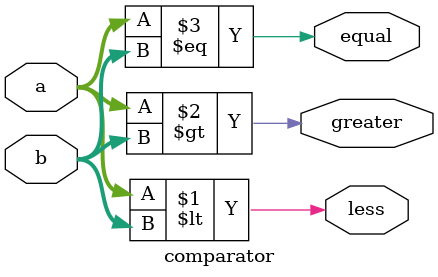
<source format=v>

module comparator (input [3:0] a, b,
                    output less, greater, equal
                    );

                    assign less = (a < b);
                    assign greater = (a > b);
                    assign equal = (a == b);

endmodule


</source>
